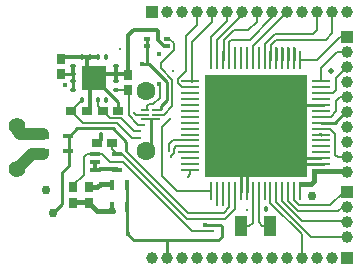
<source format=gbl>
%FSDAX25Y25*%
%MOIN*%
%SFA1B1*%

%IPPOS*%
%ADD11R,0.027560X0.035430*%
%ADD12R,0.035430X0.027560*%
%ADD13R,0.036220X0.015750*%
%ADD24C,0.008000*%
%ADD25C,0.010000*%
%ADD26C,0.012000*%
%ADD27C,0.015000*%
%ADD29C,0.040000*%
%ADD34R,0.039370X0.039370*%
%ADD35C,0.039370*%
%ADD36R,0.039370X0.039370*%
%ADD37C,0.030000*%
%ADD38C,0.062990*%
%ADD39C,0.055000*%
%ADD40C,0.013000*%
%ADD41C,0.018000*%
%ADD42C,0.015000*%
%ADD43C,0.024000*%
%ADD44C,0.020000*%
%ADD47R,0.020470X0.011810*%
%ADD48R,0.342520X0.342520*%
%ADD49R,0.009840X0.061020*%
%ADD50O,0.009840X0.061020*%
%ADD51O,0.061020X0.009840*%
%ADD52R,0.027560X0.008660*%
%ADD53R,0.036220X0.023620*%
%ADD54R,0.039370X0.070870*%
%ADD55R,0.015750X0.036220*%
%ADD56O,0.013780X0.023620*%
%ADD57O,0.023620X0.013780*%
%ADD58R,0.078740X0.078740*%
%LNmoo1.1-1*%
%LPD*%
G54D11*
X0253400Y0352059D03*
Y0346941D03*
X0259000Y0352059D03*
Y0346941D03*
X0272000Y0384441D03*
Y0389559D03*
X0249400Y0389841D03*
Y0394959D03*
G54D12*
X0258059Y0377500D03*
X0252941D03*
X0261541Y0366800D03*
X0266659D03*
X0268559Y0377500D03*
X0263441D03*
G54D13*
X0243735Y0364186D03*
X0252002Y0369304D03*
Y0364186D03*
X0260760Y0363059D03*
X0268240Y0357941D03*
Y0363059D03*
X0260760Y0360500D03*
Y0357941D03*
G54D24*
X0305600Y0345500D02*
Y0348400D01*
X0297800Y0343600D02*
X0303700D01*
X0305600Y0345500*
X0303600Y0346300D02*
Y0350821D01*
X0304200Y0341600D02*
X0307500Y0344900D01*
Y0350800*
X0301605Y0346305D02*
Y0350848D01*
X0301400Y0346100D02*
X0301605Y0346305D01*
X0313416Y0340316D02*
Y0350848D01*
X0291400Y0341600D02*
X0304200D01*
X0315384Y0340416D02*
Y0350848D01*
X0342500Y0402100D02*
X0344900D01*
X0334752Y0394352D02*
X0342500Y0402100D01*
X0329164Y0394352D02*
X0334752D01*
X0341200Y0388400D02*
X0344900Y0392100D01*
X0341200Y0384554D02*
Y0388400D01*
X0340073Y0383427D02*
X0341200Y0384554D01*
X0336152Y0383427D02*
X0340073D01*
X0341600Y0397200D02*
X0344900D01*
X0336152Y0387364D02*
Y0391752D01*
X0341600Y0397200*
X0336152Y0375553D02*
X0339453D01*
X0343700Y0350600D02*
X0344900D01*
X0339300Y0346200D02*
X0343700Y0350600D01*
X0332700Y0346200D02*
X0339300D01*
X0343400Y0345600D02*
X0344800D01*
X0342000Y0344200D02*
X0343400Y0345600D01*
X0335300Y0344200D02*
X0342000D01*
X0343500Y0340700D02*
X0344900Y0342100D01*
X0329970Y0340700D02*
X0343500D01*
X0343400Y0335600D02*
X0344900Y0337100D01*
X0332949Y0335600D02*
X0343400D01*
X0292512Y0357724D02*
X0292688Y0357900D01*
X0292648Y0356348D02*
Y0357836D01*
X0291700Y0355400D02*
X0292648Y0356348D01*
X0288900Y0363700D02*
X0292606D01*
X0288800Y0363800D02*
X0288900Y0363700D01*
X0292512Y0357700D02*
Y0357724D01*
X0292688Y0357900D02*
X0293200D01*
X0285500Y0364300D02*
Y0366500D01*
X0288010Y0365710D02*
X0292648D01*
X0287150Y0364850D02*
X0288010Y0365710D01*
X0287150Y0363475D02*
Y0364850D01*
X0286300Y0362625D02*
X0287150Y0363475D01*
X0288800Y0363800D02*
X0288900D01*
X0286679Y0367679D02*
X0292648D01*
X0285500Y0366500D02*
X0286679Y0367679D01*
X0286300Y0362200D02*
Y0362625D01*
X0283100Y0355800D02*
Y0372000D01*
Y0355800D02*
X0288052Y0350848D01*
X0283100Y0372000D02*
X0285950Y0374850D01*
X0280300Y0379800D02*
X0282400Y0381900D01*
X0278800Y0379800D02*
X0280300D01*
X0278200Y0379200D02*
X0278800Y0379800D01*
X0278200Y0378200D02*
Y0379200D01*
X0272100Y0376000D02*
Y0384382D01*
X0288052Y0350848D02*
X0299636D01*
X0277900Y0374700D02*
X0281100D01*
X0271200Y0364300D02*
X0291900Y0343600D01*
X0297900*
X0270000Y0363000D02*
X0291400Y0341600D01*
X0268299Y0363000D02*
X0270000D01*
X0266559Y0364740D02*
X0268299Y0363000D01*
X0266559Y0364740D02*
Y0367500D01*
X0293100Y0337600D02*
X0300200D01*
X0287300Y0343400D02*
X0293100Y0337600D01*
X0270300Y0360400D02*
X0287300Y0343400D01*
X0314900Y0407300D02*
Y0410500D01*
X0312000Y0404400D02*
X0314900Y0407300D01*
X0307025Y0404400D02*
X0312000D01*
X0303750Y0401125D02*
X0307025Y0404400D01*
X0306300Y0401200D02*
X0312400D01*
X0305500Y0400400D02*
X0306300Y0401200D01*
X0312400D02*
X0319900Y0408700D01*
X0303750Y0394529D02*
Y0401125D01*
X0319900Y0408700D02*
Y0410500D01*
X0303573Y0394352D02*
X0303750Y0394529D01*
X0309900Y0409400D02*
Y0410500D01*
X0301605Y0401105D02*
X0309900Y0409400D01*
X0301605Y0394352D02*
Y0401105D01*
X0299636Y0402236D02*
X0300600Y0403200D01*
X0299636Y0394352D02*
Y0402236D01*
X0293200Y0400500D02*
X0300000Y0407300D01*
X0294900Y0406200D02*
Y0410400D01*
X0291100Y0402400D02*
X0294900Y0406200D01*
X0293200Y0387300D02*
Y0400500D01*
X0291100Y0390900D02*
Y0402400D01*
X0300000Y0407300D02*
Y0410600D01*
X0288497Y0388297D02*
X0291100Y0390900D01*
X0300600Y0403200D02*
X0304900Y0407500D01*
Y0410500*
X0288497Y0386704D02*
Y0388297D01*
Y0386704D02*
X0289801Y0385400D01*
X0292643*
X0292648Y0385395*
X0282400Y0381900D02*
Y0386500D01*
X0315384Y0394352D02*
Y0398384D01*
X0315500Y0398500*
X0313416Y0399016D02*
X0324900Y0410500D01*
X0313416Y0394352D02*
Y0399016D01*
X0317353Y0399653D02*
X0320700Y0403000D01*
X0317353Y0394352D02*
Y0399653D01*
X0320700Y0403000D02*
X0333400D01*
X0321325Y0401200D02*
X0337700D01*
X0319450Y0399325D02*
X0321325Y0401200D01*
X0319450Y0394481D02*
Y0399325D01*
X0337700Y0401200D02*
X0339900Y0403400D01*
X0333400Y0403000D02*
X0334900Y0404500D01*
Y0410500*
X0339900Y0403400D02*
Y0410500D01*
X0319321Y0394352D02*
X0319450Y0394481D01*
X0305542Y0394352D02*
Y0400400D01*
X0282375Y0377875D02*
X0282700Y0378200D01*
X0280679Y0377875D02*
X0282375D01*
X0316600Y0339200D02*
X0318921D01*
X0315384Y0340416D02*
X0316600Y0339200D01*
X0312300D02*
X0313416Y0340316D01*
X0309079Y0339200D02*
X0312300D01*
X0273100Y0368500D02*
X0275900D01*
X0311447Y0394352D02*
Y0398447D01*
X0311600Y0398600*
X0309500Y0394373D02*
Y0398600D01*
X0274000Y0376800D02*
X0274500Y0376300D01*
X0257200Y0356300D02*
Y0362000D01*
X0253600Y0352700D02*
X0257200Y0356300D01*
X0277800Y0365900D02*
X0278000Y0366100D01*
X0258259Y0363059D02*
X0260760D01*
X0257200Y0362000D02*
X0258259Y0363059D01*
X0272100Y0384382D02*
X0272159Y0384441D01*
X0272000D02*
X0272159D01*
X0265941Y0375000D02*
X0269600D01*
X0256941Y0373500D02*
X0268100D01*
X0252941Y0377500D02*
X0256941Y0373500D01*
X0278000Y0385300D02*
X0280331D01*
X0261878Y0379063D02*
Y0381151D01*
X0252941Y0377500D02*
X0256563Y0381122D01*
Y0381151*
X0267980Y0384563D02*
X0271878D01*
X0272000Y0384441*
X0272100Y0376000D02*
X0275300Y0372800D01*
X0276900*
X0269600Y0375000D02*
X0273800Y0370800D01*
X0268100Y0373500D02*
X0273100Y0368500D01*
X0273800Y0370800D02*
X0275800D01*
X0275900*
X0263441Y0377500D02*
X0265941Y0375000D01*
X0261878Y0379063D02*
X0263441Y0377500D01*
X0274500Y0376300D02*
X0277520D01*
X0278100*
X0280679D02*
X0281279D01*
X0336152Y0371616D02*
X0339284D01*
X0307400Y0394462D02*
X0307510Y0394352D01*
X0265800Y0360400D02*
X0270300D01*
X0263200Y0363000D02*
X0265800Y0360400D01*
X0260819Y0363000D02*
X0263200D01*
X0260760Y0363059D02*
X0260819Y0363000D01*
X0273900Y0376900D02*
X0273950Y0376850D01*
X0307400Y0394462D02*
Y0398599D01*
Y0398600*
D01*
X0281279Y0376300D02*
X0283800D01*
X0286600Y0379100*
Y0387900*
X0282700Y0391800D02*
X0286600Y0387900D01*
X0282700Y0391800D02*
Y0393453D01*
X0287024Y0397777*
Y0400087*
X0285511Y0401600D02*
X0287024Y0400087D01*
X0339284Y0371616D02*
X0341000Y0369900D01*
Y0362900D02*
Y0369900D01*
Y0362900D02*
X0341900Y0362000D01*
X0344900*
X0339453Y0375553D02*
X0341300Y0377400D01*
Y0380800*
X0342600Y0382100*
X0344900*
X0327195Y0350848D02*
X0327200Y0350843D01*
Y0347713D02*
Y0350843D01*
X0325227Y0347565D02*
Y0350848D01*
X0323258Y0347412D02*
Y0350848D01*
X0321290Y0347259D02*
Y0350848D01*
X0319321Y0346979D02*
Y0350848D01*
X0327200Y0347713D02*
X0328713Y0346200D01*
X0332700*
X0325227Y0347565D02*
X0328592Y0344200D01*
X0335300*
X0323258Y0347412D02*
X0329970Y0340700D01*
X0321290Y0347259D02*
X0332949Y0335600D01*
X0319321Y0346979D02*
X0329900Y0336400D01*
Y0328600D02*
Y0336400D01*
G54D25*
X0284900Y0328600D02*
Y0334300D01*
X0336152Y0369647D02*
X0336155Y0369650D01*
X0279500Y0364200D02*
Y0374500D01*
X0279300Y0364000D02*
X0279500Y0364200D01*
X0271200Y0364300D02*
Y0367200D01*
X0266700Y0371700D02*
X0271200Y0367200D01*
X0255000Y0371700D02*
X0266700D01*
X0252200Y0368900D02*
X0255000Y0371700D01*
X0252200Y0359300D02*
Y0368900D01*
X0250000Y0357100D02*
X0252200Y0359300D01*
X0250000Y0346600D02*
Y0357100D01*
X0246900Y0343500D02*
X0250000Y0346600D01*
X0271649Y0345400D02*
Y0352800D01*
X0278700Y0393100D02*
X0284700Y0387100D01*
Y0381100D02*
Y0387100D01*
X0282700Y0379100D02*
X0284700Y0381100D01*
X0282700Y0378200D02*
Y0379100D01*
X0325175Y0361800D02*
X0336100D01*
X0278300Y0393500D02*
Y0401300D01*
X0330500Y0359800D02*
X0337295D01*
X0249400Y0389841D02*
X0253254D01*
X0253413Y0390000*
X0268559Y0377500D02*
Y0380441D01*
X0260500Y0388500D02*
X0268559Y0380441D01*
X0311400Y0350600D02*
Y0355952D01*
X0309500Y0350600D02*
Y0355999D01*
X0253413Y0384563D02*
Y0387319D01*
Y0389878*
X0276400Y0393100D02*
X0278700D01*
X0278300Y0393500D02*
X0278700Y0393100D01*
X0328800Y0379500D02*
X0337300D01*
X0321600Y0370100D02*
X0328500Y0377000D01*
X0321600Y0361400D02*
Y0370100D01*
Y0361400D02*
X0323700Y0359300D01*
X0336152Y0373584D02*
X0340684D01*
X0321290Y0394352D02*
Y0398510D01*
X0323258Y0394352D02*
Y0398558D01*
X0323300Y0398600*
X0325227Y0398527D02*
X0325300Y0398600D01*
X0325227Y0394352D02*
Y0398527D01*
X0253413Y0389878D02*
Y0392437D01*
X0327195Y0398495D02*
X0327300Y0398600D01*
X0327195Y0394352D02*
Y0398495D01*
X0340684Y0373584D02*
X0344300Y0377200D01*
X0271609Y0336491D02*
Y0345360D01*
Y0336491D02*
X0273700Y0334400D01*
X0302000*
X0303200Y0335600*
Y0339000*
X0302600Y0339600D02*
X0303200Y0339000D01*
X0297400Y0339600D02*
X0302600D01*
G54D26*
X0281800Y0401247D02*
X0284006Y0399041D01*
X0281800Y0401247D02*
Y0404300D01*
X0281600Y0404500D02*
X0281800Y0404300D01*
X0273800Y0404500D02*
X0281600D01*
X0284006Y0399041D02*
X0284900D01*
X0312600Y0377700D02*
X0319490Y0384590D01*
X0272000Y0402700D02*
X0273800Y0404500D01*
X0272000Y0389559D02*
Y0402700D01*
X0262700Y0367900D02*
Y0369500D01*
X0300100Y0384700D02*
X0300800Y0385400D01*
X0258300Y0390700D02*
Y0395400D01*
X0259500Y0395587D02*
X0261878D01*
X0259500Y0395400D02*
Y0395587D01*
X0259319Y0387319D02*
X0260500Y0388500D01*
X0258059Y0377500D02*
X0259319Y0378760D01*
Y0387319*
X0249400Y0394959D02*
X0250028Y0395587D01*
X0259319*
X0262700Y0369500D02*
X0262900Y0369700D01*
X0262600Y0358000D02*
X0268181D01*
X0268240Y0357941*
X0260760D02*
Y0360500D01*
Y0357941D02*
X0262541D01*
X0262600Y0358000*
X0271681Y0389878D02*
X0272000Y0389559D01*
X0262200Y0389800D02*
X0267980D01*
Y0389878D02*
X0271681D01*
X0267980Y0387319D02*
Y0392437D01*
X0258300Y0395400D02*
X0259500D01*
X0312600Y0377700D02*
X0314000D01*
X0309700Y0361400D02*
Y0374800D01*
X0314000Y0377700D02*
X0324827Y0366873D01*
G54D27*
X0339900Y0357600D02*
X0345100D01*
X0334000D02*
X0339900D01*
X0333900Y0357500D02*
X0334000Y0357600D01*
X0333900Y0354200D02*
Y0357500D01*
X0332700Y0353000D02*
X0333900Y0354200D01*
X0329700Y0353000D02*
X0332700D01*
X0253400Y0347000D02*
X0258200D01*
X0261559Y0352059D02*
X0262700Y0353200D01*
X0259000Y0352059D02*
X0261559D01*
X0262700Y0353200D02*
X0266131D01*
X0259000Y0346941D02*
X0261641Y0344300D01*
X0266800*
G54D29*
X0234500Y0357500D02*
Y0357800D01*
X0239700Y0363000*
X0243600*
X0235000Y0371300D02*
X0235900Y0369900D01*
X0243500*
X0235000Y0371300D02*
Y0373100D01*
G54D34*
X0344900Y0402100D03*
Y0350600D03*
G54D35*
X0344900Y0397100D03*
Y0392100D03*
Y0387100D03*
Y0382100D03*
Y0377100D03*
Y0372100D03*
Y0367100D03*
Y0362100D03*
Y0357100D03*
Y0345600D03*
Y0340600D03*
Y0335600D03*
X0279900Y0328600D03*
X0284900D03*
X0289900D03*
X0294900D03*
X0299900D03*
X0304900D03*
X0309900D03*
X0314900D03*
X0319900D03*
X0324900D03*
X0329900D03*
X0334900D03*
X0339900D03*
X0284900Y0410500D03*
X0289900D03*
X0294900D03*
X0299900D03*
X0304900D03*
X0309900D03*
X0314900D03*
X0319900D03*
X0324900D03*
X0329900D03*
X0334900D03*
X0339900D03*
X0344900D03*
G54D36*
X0344900Y0328600D03*
X0279900Y0410500D03*
G54D37*
X0244500Y0351200D03*
X0247000Y0343600D03*
X0333200Y0349200D03*
X0317600Y0385600D03*
X0258300Y0391000D03*
G54D38*
X0277800Y0364061D03*
Y0384139D03*
G54D39*
X0234800Y0372371D03*
Y0358229D03*
G54D40*
X0303600Y0346300D03*
X0300200Y0337600D03*
X0301400Y0346100D03*
X0311400Y0344600D03*
X0294800Y0359800D03*
X0286300Y0362200D03*
X0291700Y0355400D03*
X0285400Y0364300D03*
X0288900Y0363800D03*
X0291300Y0361700D03*
X0275900Y0368600D03*
X0277200Y0372800D03*
X0273900Y0376800D03*
X0335700Y0365700D03*
X0286000Y0374900D03*
X0290200Y0379500D03*
X0315500Y0398500D03*
X0269300Y0398000D03*
X0286700Y0390900D03*
X0334100Y0363700D03*
X0304700Y0360200D03*
X0311600Y0398600D03*
X0275800Y0370800D03*
X0262900Y0369700D03*
X0262600Y0358000D03*
X0323300Y0398600D03*
X0321200D03*
X0325300D03*
X0292000Y0381400D03*
X0335300Y0344200D03*
X0332700Y0346200D03*
X0294000Y0383500D03*
X0307500Y0382900D03*
X0309500Y0398600D03*
X0327300D03*
X0307400D03*
X0305500Y0400400D03*
X0335700Y0369700D03*
X0338400Y0377500D03*
X0334200Y0367800D03*
G54D41*
X0317800Y0344800D03*
G54D42*
X0282100Y0396600D03*
X0271700Y0336400D03*
X0321100Y0357300D03*
X0276400Y0393100D03*
X0297400Y0339600D03*
X0262700Y0353200D03*
X0250700Y0386200D03*
X0253500Y0391300D03*
X0282100Y0386500D03*
G54D43*
X0266400Y0344300D03*
G54D44*
X0339500Y0390800D03*
G54D47*
X0278286Y0399041D03*
Y0401600D03*
X0284900Y0399041D03*
Y0401600D03*
G54D48*
X0314400Y0372600D03*
G54D49*
X0329164Y0350848D03*
G54D50*
X0327195Y0350848D03*
X0325227D03*
X0323258D03*
X0321290D03*
X0319321D03*
X0317353D03*
X0315384D03*
X0313416D03*
X0311447D03*
X0309479D03*
X0307510D03*
X0305542D03*
X0303573D03*
X0301605D03*
X0299636D03*
Y0394352D03*
X0301605D03*
X0303573D03*
X0305542D03*
X0307510D03*
X0309479D03*
X0311447D03*
X0313416D03*
X0315384D03*
X0317353D03*
X0319321D03*
X0321290D03*
X0323258D03*
X0325227D03*
X0327195D03*
X0329164D03*
G54D51*
X0292648Y0357836D03*
Y0359805D03*
Y0361773D03*
Y0363742D03*
Y0365710D03*
Y0367679D03*
Y0369647D03*
Y0371616D03*
Y0373584D03*
Y0375553D03*
Y0377521D03*
Y0379490D03*
Y0381458D03*
Y0383427D03*
Y0385395D03*
Y0387364D03*
X0336152D03*
Y0385395D03*
Y0383427D03*
Y0381458D03*
Y0379490D03*
Y0377521D03*
Y0375553D03*
Y0373584D03*
Y0371616D03*
Y0369647D03*
Y0367679D03*
Y0365710D03*
Y0363742D03*
Y0361773D03*
Y0359805D03*
Y0357836D03*
G54D52*
X0277520Y0377875D03*
Y0376300D03*
Y0374725D03*
X0281279D03*
Y0376300D03*
Y0377875D03*
G54D53*
X0243700Y0369100D03*
G54D54*
X0309479Y0339100D03*
X0319321D03*
G54D55*
X0271609Y0345360D03*
X0266491D03*
Y0352840D03*
X0271609D03*
G54D56*
X0256563Y0395587D03*
Y0381151D03*
X0259319D03*
X0261878D03*
X0264437D03*
X0259319Y0395587D03*
X0261878D03*
X0264437D03*
G54D57*
X0267980Y0392437D03*
Y0389878D03*
Y0387319D03*
Y0384563D03*
X0253413D03*
Y0387319D03*
Y0389878D03*
Y0392437D03*
G54D58*
X0260500Y0388500D03*
M02*
</source>
